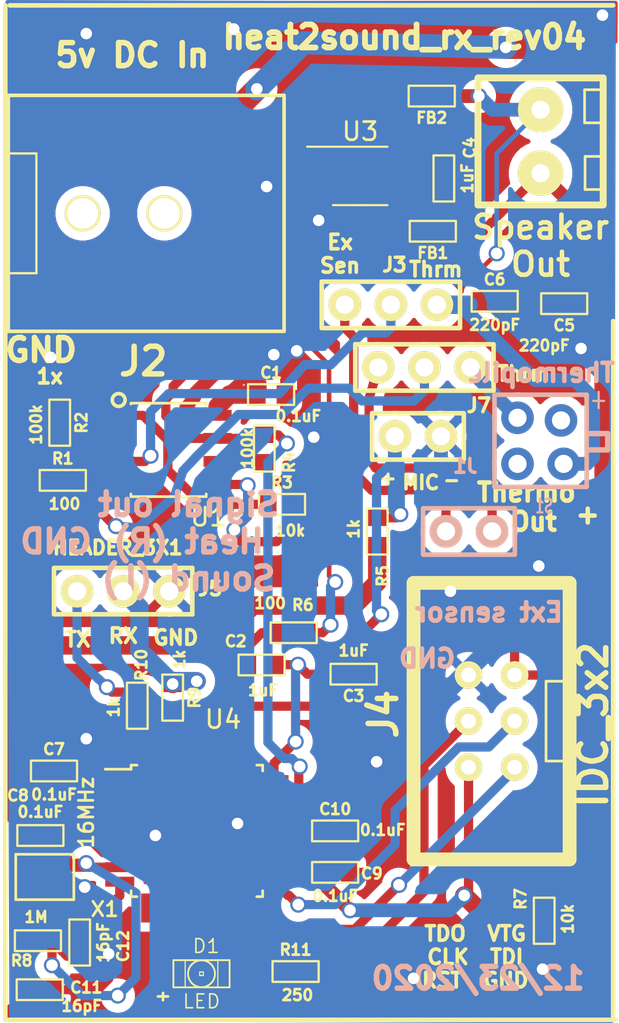
<source format=kicad_pcb>
(kicad_pcb (version 20171130) (host pcbnew 5.1.5-52549c5~86~ubuntu18.04.1)
  (title_block (date "12 jun 2010"))
  (layers (0 Component signal) (31 Copper signal) (34 B.Paste user) (35 F.Paste user) (36 B.SilkS user) (37 F.SilkS user) (38 B.Mask user) (39 F.Mask user) (44 Edge.Cuts user))
  (net 0 "")
  (net 1 "Net-(C2-Pad1)")
  (net 2 "Net-(C3-Pad1)")
  (net 3 "Net-(C5-Pad1)")
  (net 4 "Net-(C6-Pad1)")
  (net 5 "Net-(FB1-Pad2)")
  (net 6 "Net-(FB2-Pad2)")
  (net 7 "Net-(J1-Pad2)")
  (net 8 "Net-(J3-Pad3)")
  (net 9 "Net-(J3-Pad2)")
  (net 10 "Net-(R6-Pad1)")
  (net 11 +5v)
  (net 12 GND)
  (net 13 "Net-(J1-Pad1)")
  (net 14 "Net-(J7-Pad3)")
  (net 15 "Net-(J7-Pad2)")
  (net 16 "Net-(R1-Pad1)")
  (net 17 "Net-(R3-Pad2)")
  (net 18 "Net-(R4-Pad2)")
  (net 19 ADC1)
  (net 20 "Net-(C10-Pad1)")
  (net 21 "Net-(C11-Pad1)")
  (net 22 "Net-(C12-Pad1)")
  (net 23 "Net-(D1-Pad1)")
  (net 24 "Net-(D1-Pad2)")
  (net 25 MISO)
  (net 26 SCLK)
  (net 27 ~RESET)
  (net 28 MOSI)
  (net 29 "Net-(J5-Pad3)")
  (net 30 "Net-(J5-Pad2)")
  (net 31 ADC0)
  (net 32 RX)
  (net 33 TX)
  (net 34 "Net-(R2-Pad1)")
  (module ted_connectors:TED_HEADER_2x2_THERMO (layer Copper) (at 181.5 121.25)
    (fp_text reference S1 (at 0.2 3.597) (layer B.SilkS) (effects (font (size 0.762 0.5) (thickness 0.125)) (justify mirror)))
    (fp_text value THERMOPILE_MLX90247 hide)
    (pad 4 thru_hole circle (at 1.127 -1.127) (size 1.8 1.8) (drill 1) (layers *.Cu *.Mask))
    (pad 3 thru_hole circle (at -1.27 -1.27) (size 1.8 1.8) (drill 1) (layers *.Cu *.Mask) (net 14 "Net-(J7-Pad3)"))
    (pad 2 thru_hole circle (at -1.27 1.27) (size 1.8 1.8) (drill 1) (layers *.Cu *.Mask))
    (pad 1 thru_hole circle (at 1.27 1.27) (size 1.8 1.8) (drill 1) (layers *.Cu *.Mask) (net 8 "Net-(J3-Pad3)"))
  )
  (module Package_SO:MSOP-8_3x3mm_P0.65mm (layer Component) (at 171.56 106.65)
    (fp_text reference U3 (at 0 -2.45) (layer F.SilkS))
    (fp_text value PAM8302A)
    (pad 1 smd roundrect (at -2.1125 -0.975) (size 1.625 0.5) (layers Component F.Paste F.Mask) (net 11 +5v))
    (pad 2 smd roundrect (at -2.1125 -0.325) (size 1.625 0.5) (layers Component F.Paste F.Mask))
    (pad 3 smd roundrect (at -2.1125 0.325) (size 1.625 0.5) (layers Component F.Paste F.Mask) (net 10 "Net-(R6-Pad1)"))
    (pad 4 smd roundrect (at -2.1125 0.975) (size 1.625 0.5) (layers Component F.Paste F.Mask) (net 12 GND))
    (pad 5 smd roundrect (at 2.1125 0.975) (size 1.625 0.5) (layers Component F.Paste F.Mask) (net 5 "Net-(FB1-Pad2)"))
    (pad 6 smd roundrect (at 2.1125 0.325) (size 1.625 0.5) (layers Component F.Paste F.Mask) (net 11 +5v))
    (pad 7 smd roundrect (at 2.1125 -0.325) (size 1.625 0.5) (layers Component F.Paste F.Mask))
    (pad 8 smd roundrect (at 2.1125 -0.975) (size 1.625 0.5) (layers Component F.Paste F.Mask) (net 6 "Net-(FB2-Pad2)"))
  )
  (module ted_connectors:TED_HEADER_2x1 (layer Component) (at 174.75 121)
    (fp_text reference U2 (at 0.2 -3.597) (layer F.SilkS) (effects (font (size 0.762 0.762) (thickness 0.1905))))
    (fp_text value MIC (at 0.15 2.55) (layer F.SilkS) (effects (font (size 0.762 0.762) (thickness 0.1905))))
    (pad 2 thru_hole circle (at 1.25984 0) (size 1.8 1.8) (drill 1) (layers *.Cu *.Mask F.SilkS) (net 12 GND))
    (pad 1 thru_hole circle (at -1.28016 0) (size 1.8 1.8) (drill 1) (layers *.Cu *.Mask F.SilkS) (net 2 "Net-(C3-Pad1)"))
  )
  (module ted_connectors:TED_HEADER_2x1 (layer Copper) (at 177.546 126.238 180)
    (fp_text reference J1 (at 0.2 3.597) (layer B.SilkS) (effects (font (size 0.762 0.762) (thickness 0.1905)) (justify mirror)))
    (fp_text value TERMINAL_3.5MM_PCB_2PIN hide)
    (pad 2 thru_hole circle (at 1.25984 0 180) (size 1.8 1.8) (drill 1) (layers *.Cu *.Mask B.SilkS) (net 7 "Net-(J1-Pad2)"))
    (pad 1 thru_hole circle (at -1.28016 0 180) (size 1.8 1.8) (drill 1) (layers *.Cu *.Mask B.SilkS) (net 13 "Net-(J1-Pad1)"))
  )
  (module ted_capacitors:TED_SM0603_C (layer Component) (at 166.65 118.7)
    (fp_text reference C1 (at 0 -1.2) (layer F.SilkS) (effects (font (size 0.6 0.6))))
    (fp_text value 0.1uF (at 1.498 1.188) (layer F.SilkS) (effects (font (size 0.6 0.6))))
    (pad 1 smd rect (at -0.75184 0) (size 0.9 1) (layers Component F.Paste F.Mask) (net 11 +5v) (clearance 0.1))
    (pad 2 smd rect (at 0.75184 0) (size 0.89916 1.00076) (layers Component F.Paste F.Mask) (net 12 GND) (clearance 0.1))
  )
  (module ted_capacitors:TED_SM0603_C (layer Component) (at 166.12616 133.604)
    (fp_text reference C2 (at -1.42616 -1.304) (layer F.SilkS) (effects (font (size 0.6 0.6))))
    (fp_text value 1uF (at 0.07384 1.396) (layer F.SilkS) (effects (font (size 0.6 0.6))))
    (pad 2 smd rect (at 0.75184 0) (size 0.89916 1.00076) (layers Component F.Paste F.Mask) (net 19 ADC1) (clearance 0.1))
    (pad 1 smd rect (at -0.75184 0) (size 0.9 1) (layers Component F.Paste F.Mask) (net 1 "Net-(C2-Pad1)") (clearance 0.1))
  )
  (module ted_capacitors:TED_SM0603_C (layer Component) (at 176.17 106.79 90)
    (fp_text reference C4 (at 1.69 1.43 90) (layer F.SilkS) (effects (font (size 0.6 0.6))))
    (fp_text value 1uF (at 0 1.3 90) (layer F.SilkS) (effects (font (size 0.6 0.6))))
    (pad 1 smd rect (at -0.75184 0 90) (size 0.9 1) (layers Component F.Paste F.Mask) (net 11 +5v) (clearance 0.1))
    (pad 2 smd rect (at 0.75184 0 90) (size 0.89916 1.00076) (layers Component F.Paste F.Mask) (net 12 GND) (clearance 0.1))
  )
  (module ted_capacitors:TED_SM0603_C (layer Component) (at 182.80184 113.69 180)
    (fp_text reference C5 (at 0 -1.2) (layer F.SilkS) (effects (font (size 0.6 0.6))))
    (fp_text value 220pF (at 1.10184 -2.31) (layer F.SilkS) (effects (font (size 0.6 0.6))))
    (pad 2 smd rect (at 0.75184 0 180) (size 0.89916 1.00076) (layers Component F.Paste F.Mask) (net 12 GND) (clearance 0.1))
    (pad 1 smd rect (at -0.75184 0 180) (size 0.9 1) (layers Component F.Paste F.Mask) (net 3 "Net-(C5-Pad1)") (clearance 0.1))
  )
  (module ted_capacitors:TED_SM0603_C (layer Component) (at 178.97 113.56)
    (fp_text reference C6 (at 0 -1.2) (layer F.SilkS) (effects (font (size 0.6 0.6))))
    (fp_text value 220pF (at 0 1.3) (layer F.SilkS) (effects (font (size 0.6 0.6))))
    (pad 1 smd rect (at -0.75184 0) (size 0.9 1) (layers Component F.Paste F.Mask) (net 4 "Net-(C6-Pad1)") (clearance 0.1))
    (pad 2 smd rect (at 0.75184 0) (size 0.89916 1.00076) (layers Component F.Paste F.Mask) (net 12 GND) (clearance 0.1))
  )
  (module ted_resistors:TED_SM0603_R (layer Component) (at 175.56184 109.7 180)
    (fp_text reference FB1 (at 0 -1.2) (layer F.SilkS) (effects (font (size 0.6 0.6))))
    (fp_text value ferrite_bead hide)
    (pad 1 smd rect (at -0.75184 0 180) (size 0.89916 1.00076) (layers Component F.Paste F.Mask) (net 3 "Net-(C5-Pad1)") (clearance 0.1))
    (pad 2 smd rect (at 0.75184 0 180) (size 0.89916 1.00076) (layers Component F.Paste F.Mask) (net 5 "Net-(FB1-Pad2)") (clearance 0.1))
  )
  (module ted_resistors:TED_SM0603_R (layer Component) (at 175.50184 102.25 180)
    (fp_text reference FB2 (at 0 -1.2) (layer F.SilkS) (effects (font (size 0.6 0.6))))
    (fp_text value ferrite_bead hide)
    (pad 2 smd rect (at 0.75184 0 180) (size 0.89916 1.00076) (layers Component F.Paste F.Mask) (net 6 "Net-(FB2-Pad2)") (clearance 0.1))
    (pad 1 smd rect (at -0.75184 0 180) (size 0.89916 1.00076) (layers Component F.Paste F.Mask) (net 4 "Net-(C6-Pad1)") (clearance 0.1))
  )
  (module ted_connectors:TED_HEADER_3x1 (layer Component) (at 173.25 113.75)
    (fp_text reference J3 (at 0.2 -2.2) (layer F.SilkS) (effects (font (size 0.762 0.762) (thickness 0.1905))))
    (fp_text value JUMPER_3X1 hide)
    (pad 3 thru_hole circle (at 2.54 0) (size 1.8 1.8) (drill 1) (layers *.Cu *.Mask F.SilkS) (net 8 "Net-(J3-Pad3)"))
    (pad 2 thru_hole circle (at 0 0) (size 1.8 1.8) (drill 1) (layers *.Cu *.Mask F.SilkS) (net 9 "Net-(J3-Pad2)"))
    (pad 1 thru_hole circle (at -2.54 0) (size 1.8 1.8) (drill 1) (layers *.Cu *.Mask F.SilkS) (net 7 "Net-(J1-Pad2)"))
  )
  (module ted_connectors:TED_TERMINAL_3.5MM_2PIN (layer Component) (at 181.5 104.75 270)
    (fp_text reference J6 hide)
    (fp_text value TERMINAL_3.5MM_PCB_2PIN hide)
    (pad 1 thru_hole circle (at -1.75006 0 270) (size 2.5 2.5) (drill 1) (layers *.Cu *.Mask F.SilkS) (net 4 "Net-(C6-Pad1)") (clearance 0.5))
    (pad 2 thru_hole circle (at 1.75006 0 270) (size 2.5 2.5) (drill 1) (layers *.Cu *.Mask F.SilkS) (net 3 "Net-(C5-Pad1)") (clearance 0.5))
  )
  (module ted_resistors:TED_SM0603_R (layer Component) (at 155.17 123.43)
    (fp_text reference R1 (at 0 -1.2) (layer F.SilkS) (effects (font (size 0.6 0.6))))
    (fp_text value 100 (at 0.1 1.3) (layer F.SilkS) (effects (font (size 0.6 0.6))))
    (pad 2 smd rect (at 0.75184 0) (size 0.89916 1.00076) (layers Component F.Paste F.Mask) (net 15 "Net-(J7-Pad2)") (clearance 0.1))
    (pad 1 smd rect (at -0.75184 0) (size 0.89916 1.00076) (layers Component F.Paste F.Mask) (net 16 "Net-(R1-Pad1)") (clearance 0.1))
  )
  (module ted_resistors:TED_SM0603_R (layer Component) (at 155 120.25 270)
    (fp_text reference R2 (at 0 -1.2 90) (layer F.SilkS) (effects (font (size 0.6 0.6))))
    (fp_text value 100k (at 0.1 1.3 90) (layer F.SilkS) (effects (font (size 0.6 0.6))))
    (pad 2 smd rect (at 0.75184 0 270) (size 0.89916 1.00076) (layers Component F.Paste F.Mask) (net 16 "Net-(R1-Pad1)") (clearance 0.1))
    (pad 1 smd rect (at -0.75184 0 270) (size 0.89916 1.00076) (layers Component F.Paste F.Mask) (net 34 "Net-(R2-Pad1)") (clearance 0.1))
  )
  (module ted_resistors:TED_SM0603_R (layer Component) (at 167.25 124.75)
    (fp_text reference R3 (at 0 -1.2) (layer F.SilkS) (effects (font (size 0.6 0.6))))
    (fp_text value 10k (at 0.45 1.45) (layer F.SilkS) (effects (font (size 0.6 0.6))))
    (pad 2 smd rect (at 0.75184 0) (size 0.89916 1.00076) (layers Component F.Paste F.Mask) (net 17 "Net-(R3-Pad2)") (clearance 0.1))
    (pad 1 smd rect (at -0.75184 0) (size 0.89916 1.00076) (layers Component F.Paste F.Mask) (net 34 "Net-(R2-Pad1)") (clearance 0.1))
  )
  (module ted_resistors:TED_SM0603_R (layer Component) (at 166.275 121.675 270)
    (fp_text reference R4 (at 0.753 -1.365 90) (layer F.SilkS) (effects (font (size 0.6 0.6))))
    (fp_text value 100k (at -0.009 0.921 90) (layer F.SilkS) (effects (font (size 0.6 0.6))))
    (pad 1 smd rect (at -0.75184 0 270) (size 0.89916 1.00076) (layers Component F.Paste F.Mask) (net 31 ADC0) (clearance 0.1))
    (pad 2 smd rect (at 0.75184 0 270) (size 0.89916 1.00076) (layers Component F.Paste F.Mask) (net 18 "Net-(R4-Pad2)") (clearance 0.1))
  )
  (module ted_resistors:TED_SM0603_R (layer Component) (at 172.5 126.24816 90)
    (fp_text reference R5 (at -2.45184 0.3 90) (layer F.SilkS) (effects (font (size 0.6 0.6))))
    (fp_text value 1k (at 0.14816 -1.3 90) (layer F.SilkS) (effects (font (size 0.6 0.6))))
    (pad 1 smd rect (at -0.75184 0 90) (size 0.89916 1.00076) (layers Component F.Paste F.Mask) (net 11 +5v) (clearance 0.1))
    (pad 2 smd rect (at 0.75184 0 90) (size 0.89916 1.00076) (layers Component F.Paste F.Mask) (net 2 "Net-(C3-Pad1)") (clearance 0.1))
  )
  (module ted_resistors:TED_SM0603_R (layer Component) (at 167.894 131.826 180)
    (fp_text reference R6 (at -0.506 1.526) (layer F.SilkS) (effects (font (size 0.6 0.6))))
    (fp_text value 100 (at 1.294 1.626) (layer F.SilkS) (effects (font (size 0.6 0.6))))
    (pad 1 smd rect (at -0.75184 0 180) (size 0.89916 1.00076) (layers Component F.Paste F.Mask) (net 10 "Net-(R6-Pad1)") (clearance 0.1))
    (pad 2 smd rect (at 0.75184 0 180) (size 0.89916 1.00076) (layers Component F.Paste F.Mask) (net 1 "Net-(C2-Pad1)") (clearance 0.1))
  )
  (module ted_ICs:SOIC-8 (layer Component) (at 161 121.75)
    (fp_text reference U1 (at 2.2 3.7) (layer F.SilkS))
    (fp_text value MCP6V02)
    (pad 1 smd rect (at -2.7 -1.905) (size 1.55 0.6) (layers Component F.Paste F.Mask) (net 34 "Net-(R2-Pad1)"))
    (pad 2 smd rect (at -2.7 -0.635) (size 1.55 0.6) (layers Component F.Paste F.Mask) (net 16 "Net-(R1-Pad1)"))
    (pad 3 smd rect (at -2.7 0.635) (size 1.55 0.6) (layers Component F.Paste F.Mask) (net 9 "Net-(J3-Pad2)"))
    (pad 4 smd rect (at -2.7 1.905) (size 1.55 0.6) (layers Component F.Paste F.Mask) (net 12 GND))
    (pad 5 smd rect (at 2.7 1.905) (size 1.55 0.6) (layers Component F.Paste F.Mask) (net 17 "Net-(R3-Pad2)"))
    (pad 6 smd rect (at 2.7 0.635) (size 1.55 0.6) (layers Component F.Paste F.Mask) (net 18 "Net-(R4-Pad2)"))
    (pad 7 smd rect (at 2.7 -0.635) (size 1.55 0.6) (layers Component F.Paste F.Mask) (net 31 ADC0))
    (pad 8 smd rect (at 2.7 -1.905) (size 1.55 0.6) (layers Component F.Paste F.Mask) (net 11 +5v))
  )
  (module ted_connectors:TED_HEADER_3x1 (layer Component) (at 175.1 117.2)
    (fp_text reference J7 (at 3 2.1) (layer F.SilkS) (effects (font (size 0.762 0.762) (thickness 0.1905))))
    (fp_text value JUMPER_3X1 hide)
    (pad 3 thru_hole circle (at 2.54 0) (size 1.8 1.8) (drill 1) (layers *.Cu *.Mask F.SilkS) (net 14 "Net-(J7-Pad3)"))
    (pad 2 thru_hole circle (at 0 0) (size 1.8 1.8) (drill 1) (layers *.Cu *.Mask F.SilkS) (net 15 "Net-(J7-Pad2)"))
    (pad 1 thru_hole circle (at -2.54 0) (size 1.8 1.8) (drill 1) (layers *.Cu *.Mask F.SilkS) (net 13 "Net-(J1-Pad1)"))
  )
  (module ted_capacitors:TED_SM0603_C (layer Component) (at 154.686 139.446)
    (fp_text reference C7 (at 0 -1.2) (layer F.SilkS) (effects (font (size 0.6 0.6))))
    (fp_text value 0.1uF (at 0 1.3) (layer F.SilkS) (effects (font (size 0.6 0.6))))
    (pad 2 smd rect (at 0.75184 0) (size 0.89916 1.00076) (layers Component F.Paste F.Mask) (net 12 GND) (clearance 0.1))
    (pad 1 smd rect (at -0.75184 0) (size 0.9 1) (layers Component F.Paste F.Mask) (net 11 +5v) (clearance 0.1))
  )
  (module ted_capacitors:TED_SM0603_C (layer Component) (at 153.93416 143.002 180)
    (fp_text reference C8 (at 1.23416 2.202) (layer F.SilkS) (effects (font (size 0.6 0.6))))
    (fp_text value 0.1uF (at 0 1.3) (layer F.SilkS) (effects (font (size 0.6 0.6))))
    (pad 1 smd rect (at -0.75184 0 180) (size 0.9 1) (layers Component F.Paste F.Mask) (net 11 +5v) (clearance 0.1))
    (pad 2 smd rect (at 0.75184 0 180) (size 0.89916 1.00076) (layers Component F.Paste F.Mask) (net 12 GND) (clearance 0.1))
  )
  (module ted_capacitors:TED_SM0603_C (layer Component) (at 170.18 145.034)
    (fp_text reference C9 (at 2.02 0.066) (layer F.SilkS) (effects (font (size 0.6 0.6))))
    (fp_text value 0.1uF (at 0 1.3) (layer F.SilkS) (effects (font (size 0.6 0.6))))
    (pad 2 smd rect (at 0.75184 0) (size 0.89916 1.00076) (layers Component F.Paste F.Mask) (net 12 GND) (clearance 0.1))
    (pad 1 smd rect (at -0.75184 0) (size 0.9 1) (layers Component F.Paste F.Mask) (net 11 +5v) (clearance 0.1))
  )
  (module ted_capacitors:TED_SM0603_C (layer Component) (at 170.18 142.748)
    (fp_text reference C10 (at 0 -1.2) (layer F.SilkS) (effects (font (size 0.6 0.6))))
    (fp_text value 0.1uF (at 2.62 -0.048) (layer F.SilkS) (effects (font (size 0.6 0.6))))
    (pad 1 smd rect (at -0.75184 0) (size 0.9 1) (layers Component F.Paste F.Mask) (net 20 "Net-(C10-Pad1)") (clearance 0.1))
    (pad 2 smd rect (at 0.75184 0) (size 0.89916 1.00076) (layers Component F.Paste F.Mask) (net 12 GND) (clearance 0.1))
  )
  (module ted_capacitors:TED_SM0603_C (layer Component) (at 153.9 151.5)
    (fp_text reference C11 (at 2.564 -0.116) (layer F.SilkS) (effects (font (size 0.6 0.6))))
    (fp_text value 16pF (at 2.31 0.9) (layer F.SilkS) (effects (font (size 0.6 0.6))))
    (pad 1 smd rect (at -0.75184 0) (size 0.9 1) (layers Component F.Paste F.Mask) (net 21 "Net-(C11-Pad1)") (clearance 0.1))
    (pad 2 smd rect (at 0.75184 0) (size 0.89916 1.00076) (layers Component F.Paste F.Mask) (net 12 GND) (clearance 0.1))
  )
  (module ted_capacitors:TED_SM0603_C (layer Component) (at 156.1 148.9 90)
    (fp_text reference C12 (at -0.198 2.396 90) (layer F.SilkS) (effects (font (size 0.6 0.6))))
    (fp_text value 16pF (at 0 1.3 90) (layer F.SilkS) (effects (font (size 0.6 0.6))))
    (pad 2 smd rect (at 0.75184 0 90) (size 0.89916 1.00076) (layers Component F.Paste F.Mask) (net 12 GND) (clearance 0.1))
    (pad 1 smd rect (at -0.75184 0 90) (size 0.9 1) (layers Component F.Paste F.Mask) (net 22 "Net-(C12-Pad1)") (clearance 0.1))
  )
  (module ted_led:TED_LED-1206 (layer Component) (at 162.814 150.622)
    (fp_text reference D1 (at 0.254 -1.524) (layer F.SilkS) (effects (font (size 0.762 0.762) (thickness 0.0889))))
    (fp_text value LED (at 0 1.524) (layer F.SilkS) (effects (font (size 0.762 0.762) (thickness 0.0889))))
    (pad 1 smd rect (at -1.41986 0) (size 1.59766 1.80086) (layers Component F.Paste F.Mask) (net 23 "Net-(D1-Pad1)"))
    (pad 2 smd rect (at 1.41986 0) (size 1.59766 1.80086) (layers Component F.Paste F.Mask) (net 24 "Net-(D1-Pad2)"))
  )
  (module ted_connectors:TED_2.1mm_DC_SMD (layer Component) (at 159.766 108.712 180)
    (fp_text reference J2 (at 0.15748 -8.15848) (layer F.SilkS) (effects (font (size 1.524 1.524) (thickness 0.3048))))
    (fp_text value DC_2.1mm hide)
    (pad "" np_thru_hole circle (at -1.00076 0 180) (size 1.99898 1.99898) (drill 1.69926) (layers *.Cu *.Mask F.SilkS))
    (pad 1 smd rect (at 3.50012 5.4102 180) (size 1.99898 1.99898) (layers Component F.Paste F.Mask) (net 11 +5v))
    (pad 1 smd rect (at -2.60096 5.4102 180) (size 1.99898 1.99898) (layers Component F.Paste F.Mask) (net 11 +5v))
    (pad 2 smd rect (at 3.50012 -5.41528 180) (size 1.99898 1.99898) (layers Component F.Paste F.Mask) (net 12 GND))
    (pad 3 smd rect (at -2.60096 -5.41528 180) (size 1.99898 1.99898) (layers Component F.Paste F.Mask))
    (pad "" np_thru_hole circle (at 3.50012 0 180) (size 1.99898 1.99898) (drill 1.69926) (layers *.Cu *.Mask F.SilkS))
  )
  (module ted_connectors:TED_IDC_3x2 (layer Component) (at 178.8 136.7 90)
    (fp_text reference J4 (at 0.381 -5.969 90) (layer F.SilkS) (effects (font (size 1.524 1.524) (thickness 0.3048))))
    (fp_text value IDC_3x2 (at -0.2 5.6 90) (layer F.SilkS) (effects (font (size 1.524 1.524) (thickness 0.3048))))
    (pad 1 thru_hole circle (at -2.54 1.27 90) (size 1.524 1.524) (drill 0.8128) (layers *.Cu *.Mask F.SilkS) (net 25 MISO))
    (pad 3 thru_hole circle (at 0 1.27 90) (size 1.524 1.524) (drill 0.8128) (layers *.Cu *.Mask F.SilkS) (net 26 SCLK))
    (pad 5 thru_hole circle (at 2.54 1.27 90) (size 1.524 1.524) (drill 0.8128) (layers *.Cu *.Mask F.SilkS) (net 27 ~RESET))
    (pad 6 thru_hole circle (at 2.54 -1.27 90) (size 1.524 1.524) (drill 0.8128) (layers *.Cu *.Mask F.SilkS) (net 12 GND))
    (pad 4 thru_hole circle (at 0 -1.27 90) (size 1.524 1.524) (drill 0.8128) (layers *.Cu *.Mask F.SilkS) (net 28 MOSI))
    (pad 2 thru_hole circle (at -2.54 -1.27 90) (size 1.524 1.524) (drill 0.8128) (layers *.Cu *.Mask F.SilkS) (net 11 +5v))
  )
  (module ted_connectors:TED_HEADER_3x1 (layer Component) (at 158.496 129.54 180)
    (fp_text reference J5 (at -4.804 0.14) (layer F.SilkS) (effects (font (size 0.762 0.762) (thickness 0.1905))))
    (fp_text value HEADER_3X1 (at 0.3 2.4) (layer F.SilkS) (effects (font (size 0.762 0.762) (thickness 0.1905))))
    (pad 3 thru_hole circle (at 2.54 0 180) (size 1.8 1.8) (drill 1) (layers *.Cu *.Mask F.SilkS) (net 29 "Net-(J5-Pad3)"))
    (pad 2 thru_hole circle (at 0 0 180) (size 1.8 1.8) (drill 1) (layers *.Cu *.Mask F.SilkS) (net 30 "Net-(J5-Pad2)"))
    (pad 1 thru_hole circle (at -2.54 0 180) (size 1.8 1.8) (drill 1) (layers *.Cu *.Mask F.SilkS) (net 12 GND))
  )
  (module ted_resistors:TED_SM0603_R (layer Component) (at 181.7 147.7 90)
    (fp_text reference R7 (at 1.2 -1.3 90) (layer F.SilkS) (effects (font (size 0.6 0.6))))
    (fp_text value 10k (at 0.1 1.3 90) (layer F.SilkS) (effects (font (size 0.6 0.6))))
    (pad 2 smd rect (at 0.75184 0 90) (size 0.89916 1.00076) (layers Component F.Paste F.Mask) (net 27 ~RESET) (clearance 0.1))
    (pad 1 smd rect (at -0.75184 0 90) (size 0.89916 1.00076) (layers Component F.Paste F.Mask) (net 11 +5v) (clearance 0.1))
  )
  (module ted_resistors:TED_SM0603_R (layer Component) (at 153.8 148.8 180)
    (fp_text reference R8 (at 0.9 -1.1) (layer F.SilkS) (effects (font (size 0.6 0.6))))
    (fp_text value 1M (at 0.1 1.3) (layer F.SilkS) (effects (font (size 0.6 0.6))))
    (pad 2 smd rect (at 0.75184 0 180) (size 0.89916 1.00076) (layers Component F.Paste F.Mask) (net 21 "Net-(C11-Pad1)") (clearance 0.1))
    (pad 1 smd rect (at -0.75184 0 180) (size 0.89916 1.00076) (layers Component F.Paste F.Mask) (net 22 "Net-(C12-Pad1)") (clearance 0.1))
  )
  (module ted_resistors:TED_SM0603_R (layer Component) (at 161.225 135.40184 270)
    (fp_text reference R9 (at 0 -1.2 90) (layer F.SilkS) (effects (font (size 0.6 0.6))))
    (fp_text value 1k (at -2.10184 -0.375 90) (layer F.SilkS) (effects (font (size 0.6 0.6))))
    (pad 2 smd rect (at 0.75184 0 270) (size 0.89916 1.00076) (layers Component F.Paste F.Mask) (net 32 RX) (clearance 0.1))
    (pad 1 smd rect (at -0.75184 0 270) (size 0.89916 1.00076) (layers Component F.Paste F.Mask) (net 30 "Net-(J5-Pad2)") (clearance 0.1))
  )
  (module ted_resistors:TED_SM0603_R (layer Component) (at 159.275 135.85 270)
    (fp_text reference R10 (at -2.25 -0.225 90) (layer F.SilkS) (effects (font (size 0.6 0.6))))
    (fp_text value 1k (at 0.1 1.3 90) (layer F.SilkS) (effects (font (size 0.6 0.6))))
    (pad 1 smd rect (at -0.75184 0 270) (size 0.89916 1.00076) (layers Component F.Paste F.Mask) (net 29 "Net-(J5-Pad3)") (clearance 0.1))
    (pad 2 smd rect (at 0.75184 0 270) (size 0.89916 1.00076) (layers Component F.Paste F.Mask) (net 33 TX) (clearance 0.1))
  )
  (module ted_resistors:TED_SM0603_R (layer Component) (at 168 150.5)
    (fp_text reference R11 (at 0 -1.2) (layer F.SilkS) (effects (font (size 0.6 0.6))))
    (fp_text value 250 (at 0.1 1.3) (layer F.SilkS) (effects (font (size 0.6 0.6))))
    (pad 1 smd rect (at -0.75184 0) (size 0.89916 1.00076) (layers Component F.Paste F.Mask) (net 24 "Net-(D1-Pad2)") (clearance 0.1))
    (pad 2 smd rect (at 0.75184 0) (size 0.89916 1.00076) (layers Component F.Paste F.Mask) (net 12 GND) (clearance 0.1))
  )
  (module ted_ICs:TQFP-32_7x7mm_Pitch0.8mm (layer Component) (at 162.56 142.748)
    (fp_text reference U4 (at 1.44 -6.148) (layer F.SilkS))
    (fp_text value ATMEGA328P-AU)
    (pad 1 smd rect (at -4.25 -2.8) (size 1.6 0.55) (layers Component F.Paste F.Mask))
    (pad 2 smd rect (at -4.25 -2) (size 1.6 0.55) (layers Component F.Paste F.Mask))
    (pad 3 smd rect (at -4.25 -1.2) (size 1.6 0.55) (layers Component F.Paste F.Mask) (net 12 GND))
    (pad 4 smd rect (at -4.25 -0.4) (size 1.6 0.55) (layers Component F.Paste F.Mask) (net 11 +5v))
    (pad 5 smd rect (at -4.25 0.4) (size 1.6 0.55) (layers Component F.Paste F.Mask) (net 12 GND))
    (pad 6 smd rect (at -4.25 1.2) (size 1.6 0.55) (layers Component F.Paste F.Mask) (net 11 +5v))
    (pad 7 smd rect (at -4.25 2) (size 1.6 0.55) (layers Component F.Paste F.Mask) (net 22 "Net-(C12-Pad1)"))
    (pad 8 smd rect (at -4.25 2.8) (size 1.6 0.55) (layers Component F.Paste F.Mask) (net 21 "Net-(C11-Pad1)"))
    (pad 9 smd rect (at -2.8 4.25 90) (size 1.6 0.55) (layers Component F.Paste F.Mask))
    (pad 10 smd rect (at -2 4.25 90) (size 1.6 0.55) (layers Component F.Paste F.Mask))
    (pad 11 smd rect (at -1.2 4.25 90) (size 1.6 0.55) (layers Component F.Paste F.Mask))
    (pad 12 smd rect (at -0.4 4.25 90) (size 1.6 0.55) (layers Component F.Paste F.Mask) (net 23 "Net-(D1-Pad1)"))
    (pad 13 smd rect (at 0.4 4.25 90) (size 1.6 0.55) (layers Component F.Paste F.Mask))
    (pad 14 smd rect (at 1.2 4.25 90) (size 1.6 0.55) (layers Component F.Paste F.Mask))
    (pad 15 smd rect (at 2 4.25 90) (size 1.6 0.55) (layers Component F.Paste F.Mask) (net 28 MOSI))
    (pad 16 smd rect (at 2.8 4.25 90) (size 1.6 0.55) (layers Component F.Paste F.Mask) (net 25 MISO))
    (pad 17 smd rect (at 4.25 2.8) (size 1.6 0.55) (layers Component F.Paste F.Mask) (net 26 SCLK))
    (pad 18 smd rect (at 4.25 2) (size 1.6 0.55) (layers Component F.Paste F.Mask) (net 11 +5v))
    (pad 19 smd rect (at 4.25 1.2) (size 1.6 0.55) (layers Component F.Paste F.Mask))
    (pad 20 smd rect (at 4.25 0.4) (size 1.6 0.55) (layers Component F.Paste F.Mask) (net 20 "Net-(C10-Pad1)"))
    (pad 21 smd rect (at 4.25 -0.4) (size 1.6 0.55) (layers Component F.Paste F.Mask) (net 12 GND))
    (pad 22 smd rect (at 4.25 -1.2) (size 1.6 0.55) (layers Component F.Paste F.Mask))
    (pad 23 smd rect (at 4.25 -2) (size 1.6 0.55) (layers Component F.Paste F.Mask) (net 31 ADC0))
    (pad 24 smd rect (at 4.25 -2.8) (size 1.6 0.55) (layers Component F.Paste F.Mask) (net 19 ADC1))
    (pad 25 smd rect (at 2.8 -4.25 90) (size 1.6 0.55) (layers Component F.Paste F.Mask))
    (pad 26 smd rect (at 2 -4.25 90) (size 1.6 0.55) (layers Component F.Paste F.Mask))
    (pad 27 smd rect (at 1.2 -4.25 90) (size 1.6 0.55) (layers Component F.Paste F.Mask))
    (pad 28 smd rect (at 0.4 -4.25 90) (size 1.6 0.55) (layers Component F.Paste F.Mask))
    (pad 29 smd rect (at -0.4 -4.25 90) (size 1.6 0.55) (layers Component F.Paste F.Mask) (net 27 ~RESET))
    (pad 30 smd rect (at -1.2 -4.25 90) (size 1.6 0.55) (layers Component F.Paste F.Mask) (net 32 RX))
    (pad 31 smd rect (at -2 -4.25 90) (size 1.6 0.55) (layers Component F.Paste F.Mask) (net 33 TX))
    (pad 32 smd rect (at -2.8 -4.25 90) (size 1.6 0.55) (layers Component F.Paste F.Mask))
  )
  (module ted_crystals:crystal_TSX3225 (layer Component) (at 154.178 145.288 180)
    (fp_text reference X1 (at -3.302 -1.778) (layer F.SilkS) (effects (font (size 0.8 0.8))))
    (fp_text value 16MHz (at -2.286 3.556 90) (layer F.SilkS) (effects (font (size 0.8 0.8))))
    (pad 1 smd rect (at -1 0.75 180) (size 1 0.8) (layers Component F.Paste F.Mask) (net 22 "Net-(C12-Pad1)"))
    (pad 2 smd rect (at 1 0.75 180) (size 1 0.8) (layers Component F.Paste F.Mask) (net 12 GND))
    (pad 4 smd rect (at -1 -0.75 180) (size 1 0.8) (layers Component F.Paste F.Mask) (net 12 GND))
    (pad 3 smd rect (at 1 -0.75 180) (size 1 0.8) (layers Component F.Paste F.Mask) (net 21 "Net-(C11-Pad1)"))
  )
  (module ted_capacitors:TED_SM0603_C (layer Component) (at 171.196 134.112 180)
    (fp_text reference C3 (at 0 -1.2) (layer F.SilkS) (effects (font (size 0.6 0.6))))
    (fp_text value 1uF (at 0 1.3) (layer F.SilkS) (effects (font (size 0.6 0.6))))
    (pad 2 smd rect (at 0.75184 0 180) (size 0.89916 1.00076) (layers Component F.Paste F.Mask) (net 19 ADC1) (clearance 0.1))
    (pad 1 smd rect (at -0.75184 0 180) (size 0.9 1) (layers Component F.Paste F.Mask) (net 2 "Net-(C3-Pad1)") (clearance 0.1))
  )
  (gr_text "TDO  VTG\nCLK  TDI\nRST  GND" (at 177.9 149.7) (layer F.SilkS) (effects (font (size 0.8 0.8) (thickness 0.2))))
  (gr_text TX (at 156 132.2) (layer F.SilkS) (effects (font (size 0.8 0.8) (thickness 0.2))))
  (gr_text RX (at 158.5 132) (layer F.SilkS) (effects (font (size 0.8 0.8) (thickness 0.2))))
  (gr_text GND (at 161.4 132.1) (layer F.SilkS) (effects (font (size 0.8 0.8) (thickness 0.2))))
  (gr_text Thrm (at 175.725 111.8) (layer F.SilkS) (effects (font (size 0.8 0.8) (thickness 0.2))))
  (gr_text Thrm (at 180.55 117.55) (layer F.SilkS) (effects (font (size 0.8 0.8) (thickness 0.2))))
  (gr_text "Ex\nSen" (at 170.45 110.95) (layer F.SilkS) (effects (font (size 0.8 0.8) (thickness 0.2))))
  (gr_text 1x (at 154.45 117.7) (layer F.SilkS) (effects (font (size 0.8 0.8) (thickness 0.2))))
  (gr_text + (at 184.1 125.3) (layer F.SilkS) (effects (font (size 1 1) (thickness 0.25))))
  (gr_text - (at 176.6 123.4) (layer F.SilkS) (effects (font (size 0.7 0.7) (thickness 0.175))))
  (gr_text + (at 173.1 123.3) (layer F.SilkS) (effects (font (size 0.7 0.7) (thickness 0.175))))
  (gr_text GND (at 175.25 133.25) (layer B.SilkS) (effects (font (size 1 1) (thickness 0.25)) (justify mirror)))
  (gr_line (start 152 153.162) (end 152 97.25) (layer F.SilkS) (width 0.254))
  (gr_line (start 185.646 153.162) (end 152.146 153.162) (layer F.SilkS) (width 0.254))
  (gr_line (start 185.5 114.65) (end 185.5 153.15) (layer F.SilkS) (width 0.254))
  (gr_line (start 152.25 97.25) (end 185.5 97.25) (layer F.SilkS) (width 0.254))
  (gr_text 12/23/2020 (at 178.054 150.876) (layer B.SilkS) (effects (font (size 1.2 1.2) (thickness 0.3)) (justify mirror)))
  (gr_text "Thermo \nOut" (at 181.1 124.9) (layer F.SilkS) (effects (font (size 1 1) (thickness 0.25))))
  (gr_text "Speaker\nOut" (at 181.5 110.5) (layer F.SilkS) (effects (font (size 1.27 1.27) (thickness 0.25))))
  (gr_text "Ext sensor" (at 178.65 130.7) (layer B.SilkS) (effects (font (size 1.016 1.016) (thickness 0.254)) (justify mirror)))
  (gr_text heat2sound_rx_rev04 (at 174 99) (layer F.SilkS) (effects (font (size 1.27 1.27) (thickness 0.3175))))
  (gr_text "Signal out\nHeat (R)\nSound (L)" (at 162.1 126.8) (layer B.SilkS) (effects (font (size 1.27 1.27) (thickness 0.3048)) (justify mirror)))
  (gr_text GND (at 154.8 126.8) (layer B.SilkS) (effects (font (size 1.27 1.27) (thickness 0.3048)) (justify mirror)))
  (gr_text GND (at 153.975 116.25) (layer F.SilkS) (effects (font (size 1.27 1.27) (thickness 0.3048))))
  (gr_text "5v DC In" (at 159 100) (layer F.SilkS) (effects (font (size 1.27 1.27) (thickness 0.3048))))
  (gr_text Thermopile (at 181.5 117.5) (layer B.SilkS) (effects (font (size 1 1) (thickness 0.25)) (justify mirror)))
  (segment (start 166.14432 131.826) (end 167.14216 131.826) (width 0.508) (layer Component) (net 1))
  (segment (start 165.37432 133.604) (end 165.37432 132.596) (width 0.508) (layer Component) (net 1))
  (segment (start 165.37432 132.596) (end 166.14432 131.826) (width 0.508) (layer Component) (net 1))
  (via (at 173.77 125.29) (size 0.889) (drill 0.635) (layers Component Copper) (net 2))
  (segment (start 172.5 125.49632) (end 173.56368 125.49632) (width 0.508) (layer Component) (net 2))
  (segment (start 173.56368 125.49632) (end 173.77 125.29) (width 0.508) (layer Component) (net 2))
  (segment (start 173.46984 124.98984) (end 173.77 125.29) (width 0.762) (layer Copper) (net 2))
  (segment (start 173.46984 121) (end 173.46984 124.98984) (width 0.762) (layer Copper) (net 2))
  (via (at 172.72 130.81) (size 0.889) (drill 0.635) (layers Component Copper) (net 2))
  (segment (start 173.77 122.56) (end 173.77 125.29) (width 0.508) (layer Copper) (net 2))
  (segment (start 173.48 122.27) (end 173.77 122.56) (width 0.508) (layer Copper) (net 2))
  (segment (start 172.46 123.29) (end 173.48 122.27) (width 0.508) (layer Copper) (net 2))
  (segment (start 172.72 130.81) (end 172.46 130.611383) (width 0.508) (layer Copper) (net 2))
  (segment (start 172.46 130.611383) (end 172.46 123.29) (width 0.508) (layer Copper) (net 2))
  (segment (start 171.94784 131.58216) (end 172.72 130.81) (width 0.508) (layer Component) (net 2))
  (segment (start 171.94784 134.112) (end 171.94784 131.58216) (width 0.508) (layer Component) (net 2))
  (segment (start 176.31368 109.7) (end 178.30006 109.7) (width 0.762) (layer Component) (net 3))
  (segment (start 183.55368 108.55374) (end 181.5 106.50006) (width 0.762) (layer Component) (net 3))
  (segment (start 183.55368 113.69) (end 183.55368 108.55374) (width 0.508) (layer Component) (net 3))
  (segment (start 178.30006 109.7) (end 181.5 106.50006) (width 0.508) (layer Component) (net 3))
  (via (at 179.08 110.92) (size 0.889) (drill 0.635) (layers Component Copper) (net 4))
  (segment (start 178.21816 113.56) (end 178.21816 111.78184) (width 0.254) (layer Component) (net 4))
  (segment (start 178.21816 111.78184) (end 179.08 110.92) (width 0.254) (layer Component) (net 4))
  (segment (start 179.08 105.41994) (end 179.99994 104.5) (width 0.254) (layer Copper) (net 4))
  (segment (start 179.08 110.92) (end 179.08 105.41994) (width 0.254) (layer Copper) (net 4))
  (segment (start 179.99994 104.5) (end 181.5 102.99994) (width 0.254) (layer Copper) (net 4))
  (via (at 178.1 102.25) (size 0.889) (drill 0.635) (layers Component Copper) (net 4))
  (segment (start 181.5 102.99994) (end 178.84994 102.99994) (width 0.762) (layer Copper) (net 4))
  (segment (start 178.84994 102.99994) (end 178.1 102.25) (width 0.762) (layer Copper) (net 4))
  (segment (start 178.1 102.25) (end 176.25368 102.25) (width 0.762) (layer Component) (net 4))
  (segment (start 174.10642 109.7) (end 174.81 109.7) (width 0.254) (layer Component) (net 5))
  (segment (start 173.6725 109.26608) (end 174.10642 109.7) (width 0.254) (layer Component) (net 5))
  (segment (start 173.6725 107.625) (end 173.6725 109.26608) (width 0.254) (layer Component) (net 5))
  (segment (start 174.04642 102.25) (end 174.75 102.25) (width 0.254) (layer Component) (net 6))
  (segment (start 173.6725 102.62392) (end 174.04642 102.25) (width 0.254) (layer Component) (net 6))
  (segment (start 173.6725 105.675) (end 173.6725 102.62392) (width 0.254) (layer Component) (net 6))
  (segment (start 170.71 115.022792) (end 171.2 115.512792) (width 0.508) (layer Component) (net 7))
  (segment (start 170.71 113.75) (end 170.71 115.022792) (width 0.508) (layer Component) (net 7))
  (segment (start 171.2 115.512792) (end 171.2 122.98) (width 0.508) (layer Component) (net 7))
  (segment (start 171.2 122.98) (end 172.2 123.98) (width 0.508) (layer Component) (net 7))
  (segment (start 172.2 123.98) (end 173.81 123.98) (width 0.508) (layer Component) (net 7))
  (segment (start 174.02816 123.98) (end 174.05616 123.952) (width 0.508) (layer Component) (net 7))
  (segment (start 173.81 123.98) (end 174.02816 123.98) (width 0.508) (layer Component) (net 7))
  (segment (start 174.05616 123.952) (end 176.022 123.952) (width 0.508) (layer Component) (net 7))
  (segment (start 176.28616 124.21616) (end 176.28616 126.238) (width 0.508) (layer Component) (net 7))
  (segment (start 176.022 123.952) (end 176.28616 124.21616) (width 0.508) (layer Component) (net 7))
  (segment (start 177.062792 113.75) (end 175.79 113.75) (width 1.016) (layer Copper) (net 8))
  (segment (start 177.526792 113.75) (end 177.062792 113.75) (width 1.016) (layer Copper) (net 8))
  (segment (start 184.4 122.162792) (end 184.042792 122.52) (width 0.762) (layer Copper) (net 8))
  (segment (start 184.4 118.9) (end 184.4 122.162792) (width 0.762) (layer Copper) (net 8))
  (segment (start 183.4 117.9) (end 184.4 118.9) (width 0.762) (layer Copper) (net 8))
  (segment (start 184.042792 122.52) (end 182.77 122.52) (width 0.762) (layer Copper) (net 8))
  (segment (start 181.212792 117.9) (end 183.4 117.9) (width 0.762) (layer Copper) (net 8))
  (segment (start 177.062792 113.75) (end 181.212792 117.9) (width 0.762) (layer Copper) (net 8))
  (via (at 160.0075 122.07) (size 0.889) (drill 0.635) (layers Component Copper) (net 9))
  (segment (start 158.3 122.385) (end 159.6925 122.385) (width 0.508) (layer Component) (net 9))
  (segment (start 159.6925 122.385) (end 160.0075 122.07) (width 0.508) (layer Component) (net 9))
  (segment (start 160.0075 122.07) (end 160.0075 119.6425) (width 0.508) (layer Copper) (net 9))
  (segment (start 161 118.65) (end 167.1 118.65) (width 0.508) (layer Copper) (net 9))
  (segment (start 160.0075 119.6425) (end 161 118.65) (width 0.508) (layer Copper) (net 9))
  (segment (start 173.25 115.022792) (end 172.972792 115.3) (width 0.508) (layer Copper) (net 9))
  (segment (start 173.25 113.75) (end 173.25 115.022792) (width 0.508) (layer Copper) (net 9))
  (segment (start 172.972792 115.3) (end 171.7 115.3) (width 0.508) (layer Copper) (net 9))
  (segment (start 171.7 115.3) (end 169.95 117.05) (width 0.508) (layer Copper) (net 9))
  (segment (start 169.95 117.05) (end 168.5 117.05) (width 0.508) (layer Copper) (net 9))
  (segment (start 167.1 118.65) (end 168.5 117.05) (width 0.508) (layer Copper) (net 9))
  (segment (start 168.005 106.975) (end 169.4475 106.975) (width 0.254) (layer Component) (net 10))
  (segment (start 166.95 108.03) (end 168.005 106.975) (width 0.254) (layer Component) (net 10))
  (segment (start 166.95 114.18) (end 166.95 108.03) (width 0.254) (layer Component) (net 10))
  (segment (start 169.84 117.07) (end 166.95 114.18) (width 0.254) (layer Component) (net 10))
  (segment (start 169.847112 119.047112) (end 169.84 117.07) (width 0.254) (layer Component) (net 10))
  (segment (start 169.847112 119.047112) (end 169.85 119.05) (width 0.254) (layer Component) (net 10))
  (segment (start 169.85 119.05) (end 169.85 125.55) (width 0.254) (layer Component) (net 10))
  (via (at 170.18 129.032) (size 0.889) (drill 0.635) (layers Component Copper) (net 10))
  (segment (start 169.85 125.55) (end 169.85 128.702) (width 0.254) (layer Component) (net 10))
  (segment (start 169.85 128.702) (end 170.18 129.032) (width 0.254) (layer Component) (net 10))
  (segment (start 168.64584 131.826) (end 169.4825 131.826) (width 0.508) (layer Component) (net 10))
  (segment (start 169.926 129.286) (end 170.18 129.032) (width 0.508) (layer Copper) (net 10))
  (segment (start 169.926 131.3825) (end 169.926 129.286) (width 0.508) (layer Copper) (net 10))
  (via (at 169.926 131.3825) (size 0.889) (drill 0.635) (layers Component Copper) (net 10))
  (segment (start 169.4825 131.826) (end 169.926 131.3825) (width 0.508) (layer Component) (net 10))
  (segment (start 175.60316 106.975) (end 176.17 107.54184) (width 0.254) (layer Component) (net 11))
  (segment (start 173.6725 106.975) (end 175.60316 106.975) (width 0.254) (layer Component) (net 11))
  (segment (start 169.4475 105.675) (end 166.525 105.675) (width 0.508) (layer Component) (net 11))
  (segment (start 164.1898 103.3398) (end 162.60096 103.3398) (width 0.508) (layer Component) (net 11))
  (segment (start 170.26 105.675) (end 169.4475 105.675) (width 0.508) (layer Component) (net 11))
  (segment (start 170.64475 105.675) (end 170.26 105.675) (width 0.508) (layer Component) (net 11))
  (segment (start 171.94475 106.975) (end 170.64475 105.675) (width 0.508) (layer Component) (net 11))
  (segment (start 173.6725 106.975) (end 171.94475 106.975) (width 0.508) (layer Component) (net 11))
  (segment (start 166.525 105.675) (end 165.4 104.65) (width 0.508) (layer Component) (net 11))
  (segment (start 165.4 104.65) (end 164.1898 103.3398) (width 0.508) (layer Component) (net 11))
  (segment (start 163.7 119.037) (end 165.35 117.6) (width 0.508) (layer Component) (net 11))
  (segment (start 165.38 105.17) (end 165.4 104.65) (width 0.508) (layer Component) (net 11))
  (segment (start 165.38 104.10335) (end 165.38 105.17) (width 1.016) (layer Component) (net 11))
  (segment (start 164.61645 103.3398) (end 165.38 104.10335) (width 1.016) (layer Component) (net 11))
  (segment (start 162.60096 103.3398) (end 164.61645 103.3398) (width 1.016) (layer Component) (net 11))
  (segment (start 164.36 118.7) (end 165.89816 118.7) (width 1.016) (layer Component) (net 11))
  (segment (start 163.7 119.36) (end 164.36 118.7) (width 1.016) (layer Component) (net 11))
  (segment (start 163.7 119.36) (end 163.7 119.037) (width 0.508) (layer Component) (net 11))
  (segment (start 163.7 119.845) (end 163.7 119.36) (width 0.508) (layer Component) (net 11))
  (segment (start 165.89816 118.14816) (end 165.35 117.6) (width 1.016) (layer Component) (net 11))
  (segment (start 165.89816 118.7) (end 165.89816 118.14816) (width 1.016) (layer Component) (net 11))
  (segment (start 165.35 105.2) (end 165.38 105.17) (width 1.016) (layer Component) (net 11))
  (segment (start 165.35 117.6) (end 165.35 105.2) (width 1.016) (layer Component) (net 11))
  (segment (start 156.49988 103.3398) (end 157.65 103.3) (width 1.27) (layer Component) (net 11))
  (segment (start 157.65 103.3) (end 162.60096 103.3398) (width 1.27) (layer Component) (net 11))
  (segment (start 157.6102 103.3398) (end 154.3602 103.3398) (width 1.016) (layer Component) (net 11))
  (segment (start 157.65 103.3) (end 157.6102 103.3398) (width 1.016) (layer Component) (net 11))
  (segment (start 154.3602 103.3398) (end 153.13 105.26) (width 1.016) (layer Component) (net 11))
  (segment (start 154.2 132.15) (end 153.375 131.325) (width 1.016) (layer Component) (net 11))
  (segment (start 154.2 132.525) (end 154.2 132.15) (width 1.016) (layer Component) (net 11))
  (segment (start 163.455 132.525) (end 154.2 132.525) (width 1.016) (layer Component) (net 11))
  (segment (start 153.13 105.26) (end 153.375 131.325) (width 1.016) (layer Component) (net 11))
  (segment (start 172.5 127) (end 172.5 129.05) (width 1.016) (layer Component) (net 11))
  (segment (start 172.5 129.05) (end 171.22 130.33) (width 1.016) (layer Component) (net 11))
  (segment (start 165.65 130.33) (end 163.455 132.525) (width 1.016) (layer Component) (net 11))
  (segment (start 171.22 130.33) (end 165.65 130.33) (width 1.016) (layer Component) (net 11))
  (segment (start 153.375 136.10084) (end 153.375 131.325) (width 1.016) (layer Component) (net 11))
  (segment (start 153.68016 136.406) (end 153.375 136.10084) (width 1.016) (layer Component) (net 11))
  (segment (start 153.68016 137.922) (end 153.68016 136.406) (width 1.016) (layer Component) (net 11))
  (segment (start 153.68016 140.074) (end 153.68016 137.922) (width 0.508) (layer Component) (net 11))
  (segment (start 153.89816 140.292) (end 153.68016 140.074) (width 0.508) (layer Component) (net 11))
  (segment (start 169.14216 144.748) (end 169.42816 145.034) (width 0.508) (layer Component) (net 11))
  (segment (start 166.81 144.748) (end 169.14216 144.748) (width 0.508) (layer Component) (net 11))
  (segment (start 153.93416 140.454) (end 153.93416 139.446) (width 0.508) (layer Component) (net 11))
  (segment (start 155.019024 141.538864) (end 153.93416 140.454) (width 0.508) (layer Component) (net 11))
  (segment (start 156.942146 142.348) (end 156.13301 141.538864) (width 0.508) (layer Component) (net 11))
  (segment (start 156.13301 141.538864) (end 155.019024 141.538864) (width 0.508) (layer Component) (net 11))
  (segment (start 158.31 142.348) (end 156.942146 142.348) (width 0.508) (layer Component) (net 11))
  (segment (start 155.644 143.002) (end 154.686 143.002) (width 0.508) (layer Component) (net 11))
  (segment (start 156.451798 143.002) (end 155.644 143.002) (width 0.508) (layer Component) (net 11))
  (segment (start 157.397798 143.948) (end 156.451798 143.002) (width 0.508) (layer Component) (net 11))
  (segment (start 158.31 143.948) (end 157.397798 143.948) (width 0.508) (layer Component) (net 11))
  (segment (start 154.686 141.20584) (end 153.93416 140.454) (width 0.508) (layer Component) (net 11))
  (segment (start 154.686 143.002) (end 154.686 141.20584) (width 0.508) (layer Component) (net 11))
  (segment (start 162.36696 103.3018) (end 164.38245 103.3018) (width 1.016) (layer Component) (net 11))
  (via (at 170.998625 147.122625) (size 0.889) (drill 0.635) (layers Component Copper) (net 11))
  (segment (start 169.42816 145.034) (end 169.42816 145.55216) (width 0.762) (layer Component) (net 11))
  (segment (start 169.42816 145.55216) (end 170.998625 147.122625) (width 0.762) (layer Component) (net 11))
  (via (at 177.292 146.304) (size 0.889) (drill 0.635) (layers Component Copper) (net 11))
  (segment (start 170.998625 147.122625) (end 176.473375 147.122625) (width 0.762) (layer Copper) (net 11))
  (segment (start 176.473375 147.122625) (end 177.292 146.304) (width 0.762) (layer Copper) (net 11))
  (via (at 165.862 101.854) (size 0.889) (drill 0.635) (layers Component Copper) (net 11))
  (segment (start 164.38245 103.3018) (end 164.4142 103.3018) (width 1.27) (layer Component) (net 11))
  (segment (start 164.4142 103.3018) (end 165.862 101.854) (width 1.27) (layer Component) (net 11))
  (segment (start 167.64 99.822) (end 167.386 100.33) (width 1.27) (layer Copper) (net 11))
  (segment (start 167.64 100.076) (end 167.64 99.822) (width 1.27) (layer Copper) (net 11))
  (segment (start 165.862 101.854) (end 167.64 100.076) (width 1.27) (layer Copper) (net 11))
  (segment (start 181.7 148.45184) (end 181.7 148.5) (width 1.016) (layer Component) (net 11))
  (segment (start 184.973008 146.926992) (end 183.5 148.4) (width 1.016) (layer Component) (net 11))
  (segment (start 168.402 99.314) (end 165.862 101.854) (width 1.27) (layer Copper) (net 11))
  (via (at 179.578 99.568) (size 0.889) (drill 0.635) (layers Component Copper) (net 11))
  (segment (start 183.5 148.4) (end 183.47038 148.45184) (width 1.27) (layer Component) (net 11))
  (segment (start 184.15 99.568) (end 179.578 99.568) (width 1.27) (layer Component) (net 11))
  (segment (start 184.912 100.33) (end 184.15 99.568) (width 1.27) (layer Component) (net 11))
  (segment (start 183.47038 148.45184) (end 181.7 148.5) (width 1.27) (layer Component) (net 11))
  (segment (start 184.973008 100.33) (end 184.912 100.33) (width 1.27) (layer Component) (net 11))
  (segment (start 179.578 99.568) (end 168.402 99.314) (width 1.27) (layer Copper) (net 11))
  (segment (start 184.973008 100.33) (end 184.973008 139.673008) (width 1.016) (layer Component) (net 11))
  (segment (start 184.973008 139.673008) (end 184.973008 146.926992) (width 1.016) (layer Component) (net 11))
  (segment (start 179.43984 148.45184) (end 177.292 146.304) (width 1.016) (layer Component) (net 11))
  (segment (start 181.7 148.45184) (end 179.43984 148.45184) (width 1.016) (layer Component) (net 11))
  (segment (start 177.53 146.066) (end 177.292 146.304) (width 0.508) (layer Component) (net 11))
  (segment (start 177.53 139.24) (end 177.53 146.066) (width 0.508) (layer Component) (net 11))
  (via (at 169.27 109.1) (size 0.889) (drill 0.635) (layers Component Copper) (net 12))
  (segment (start 169.4475 107.625) (end 169.4475 108.9225) (width 0.254) (layer Component) (net 12))
  (segment (start 169.4475 108.9225) (end 169.27 109.1) (width 0.254) (layer Component) (net 12))
  (segment (start 182.627 118.157) (end 181.38 116.91) (width 1.27) (layer Component) (net 12))
  (via (at 154.5 116.65) (size 0.889) (drill 0.635) (layers Component Copper) (net 12))
  (segment (start 181.92 113.56) (end 182.05 113.69) (width 0.762) (layer Component) (net 12))
  (segment (start 179.72184 113.56) (end 181.92 113.56) (width 0.762) (layer Component) (net 12))
  (segment (start 182.05 113.69) (end 182.05 114.48) (width 0.762) (layer Component) (net 12))
  (via (at 183.73 116.16) (size 0.889) (drill 0.635) (layers Component Copper) (net 12))
  (segment (start 182.05 114.48) (end 183.73 116.16) (width 0.762) (layer Component) (net 12))
  (segment (start 182.627 117.263) (end 183.73 116.16) (width 1.27) (layer Component) (net 12))
  (segment (start 176.00984 122.272792) (end 176.75 123.012952) (width 0.762) (layer Copper) (net 12))
  (segment (start 176.00984 121) (end 176.00984 122.272792) (width 0.762) (layer Copper) (net 12))
  (segment (start 176.75 123.012952) (end 176.75 123.75) (width 0.762) (layer Copper) (net 12))
  (segment (start 168.33184 117.69162) (end 168.33184 118.7) (width 0.508) (layer Component) (net 12))
  (segment (start 167.27022 116.63) (end 168.33184 117.69162) (width 0.508) (layer Component) (net 12))
  (via (at 166.8 116.5) (size 0.889) (drill 0.635) (layers Component Copper) (net 12))
  (segment (start 166.8 116.5) (end 167.27022 116.63) (width 0.508) (layer Component) (net 12))
  (segment (start 158.3 124.463) (end 158 124.763) (width 0.508) (layer Component) (net 12))
  (segment (start 158.3 123.655) (end 158.3 124.463) (width 0.508) (layer Component) (net 12))
  (via (at 166.4025 107.234858) (size 0.889) (drill 0.635) (layers Component Copper) (net 12))
  (segment (start 166.355501 107.281857) (end 166.4025 107.234858) (width 0.508) (layer Component) (net 12))
  (segment (start 166.8 116.5) (end 166.355501 116.055501) (width 0.508) (layer Component) (net 12))
  (segment (start 166.355501 116.055501) (end 166.355501 107.281857) (width 0.508) (layer Component) (net 12))
  (segment (start 179.632234 128.14994) (end 178.7 129.082174) (width 1.016) (layer Copper) (net 12))
  (segment (start 178.7 129.082174) (end 178.7 132.7) (width 1.016) (layer Copper) (net 12))
  (segment (start 178.7 132.7) (end 176.6 134.8) (width 1.016) (layer Copper) (net 12))
  (segment (start 176.6 134.8) (end 171.7 134.8) (width 1.016) (layer Copper) (net 12))
  (via (at 169 121.05) (size 0.889) (drill 0.635) (layers Component Copper) (net 12))
  (segment (start 169.035 120.76) (end 169.205 120.68) (width 0.508) (layer Component) (net 12))
  (segment (start 169.35 121) (end 169.05 120.65) (width 0.508) (layer Component) (net 12))
  (segment (start 162.844799 128.452501) (end 162.696149 128.303851) (width 1.016) (layer Copper) (net 12))
  (segment (start 164.337499 128.452501) (end 162.844799 128.452501) (width 1.016) (layer Copper) (net 12))
  (segment (start 165.11 127.96) (end 164.83 127.96) (width 1.016) (layer Copper) (net 12))
  (segment (start 164.83 127.96) (end 164.337499 128.452501) (width 1.016) (layer Copper) (net 12))
  (segment (start 168.87 119.749002) (end 168.87 120.62) (width 0.508) (layer Component) (net 12))
  (segment (start 168.059735 115.559735) (end 168.059735 116.290265) (width 0.508) (layer Copper) (net 12))
  (segment (start 167.2 114.7) (end 168.059735 115.559735) (width 0.508) (layer Copper) (net 12))
  (via (at 168.059735 116.290265) (size 0.889) (drill 0.635) (layers Component Copper) (net 12))
  (segment (start 160.95 114.7) (end 167.2 114.7) (width 0.508) (layer Copper) (net 12))
  (segment (start 159.7 117.25) (end 159.7 115.95) (width 0.508) (layer Copper) (net 12))
  (segment (start 168.87 120.62) (end 169.3 120.7) (width 0.508) (layer Component) (net 12))
  (segment (start 169.3 120.7) (end 169.3 120.709158) (width 0.508) (layer Component) (net 12))
  (segment (start 159.7 115.95) (end 160.95 114.7) (width 0.508) (layer Copper) (net 12))
  (segment (start 168.059735 116.290265) (end 169.135421 117.365951) (width 0.508) (layer Component) (net 12))
  (segment (start 169.135421 117.365951) (end 169.135421 119.483581) (width 0.508) (layer Component) (net 12))
  (segment (start 169.135421 119.483581) (end 168.87 119.749002) (width 0.508) (layer Component) (net 12))
  (segment (start 153.469499 142.630501) (end 154.469499 142.630501) (width 0.508) (layer Copper) (net 12))
  (segment (start 153.025 143.075) (end 153.469499 142.630501) (width 0.508) (layer Copper) (net 12))
  (via (at 156.464 137.668) (size 0.889) (drill 0.635) (layers Component Copper) (net 12))
  (segment (start 157.10838 148.14816) (end 156.1 148.14816) (width 0.508) (layer Component) (net 12))
  (segment (start 157.7 148.73978) (end 157.10838 148.14816) (width 0.508) (layer Component) (net 12))
  (segment (start 157.1 151.5) (end 157.7 150.9) (width 0.508) (layer Component) (net 12))
  (segment (start 154.65184 151.5) (end 157.1 151.5) (width 0.508) (layer Component) (net 12))
  (segment (start 156.186 146.038) (end 156.374 145.85) (width 0.508) (layer Component) (net 12))
  (segment (start 155.178 146.038) (end 156.186 146.038) (width 0.508) (layer Component) (net 12))
  (via (at 156.374 145.85) (size 0.889) (drill 0.635) (layers Component Copper) (net 12))
  (segment (start 156.374 145.85) (end 156.374 146.549) (width 0.508) (layer Copper) (net 12))
  (segment (start 156.374 146.549) (end 157.725 147.9) (width 0.508) (layer Copper) (net 12))
  (via (at 157.7 149.525) (size 0.889) (drill 0.635) (layers Component Copper) (net 12))
  (segment (start 157.725 149.5) (end 157.7 149.525) (width 0.508) (layer Copper) (net 12))
  (segment (start 157.725 147.9) (end 157.725 149.5) (width 0.508) (layer Copper) (net 12))
  (segment (start 157.7 150.9) (end 157.7 149.525) (width 0.508) (layer Component) (net 12))
  (segment (start 157.7 149.525) (end 157.7 148.73978) (width 0.508) (layer Component) (net 12))
  (segment (start 155.929501 146.294499) (end 155.219499 146.294499) (width 0.508) (layer Copper) (net 12))
  (segment (start 156.374 145.85) (end 155.929501 146.294499) (width 0.508) (layer Copper) (net 12))
  (segment (start 155.219499 146.294499) (end 153.025 144.1) (width 0.508) (layer Copper) (net 12))
  (via (at 164.8 142.34) (size 0.889) (drill 0.635) (layers Component Copper) (net 12))
  (segment (start 166.81 142.348) (end 164.808 142.348) (width 0.508) (layer Component) (net 12))
  (segment (start 164.808 142.348) (end 164.8 142.34) (width 0.508) (layer Component) (net 12))
  (segment (start 154.424 146.038) (end 155.178 146.038) (width 0.254) (layer Component) (net 12))
  (segment (start 154.178 145.792) (end 154.424 146.038) (width 0.254) (layer Component) (net 12))
  (segment (start 154.178 144.784) (end 154.178 145.792) (width 0.254) (layer Component) (net 12))
  (segment (start 153.932 144.538) (end 154.178 144.784) (width 0.254) (layer Component) (net 12))
  (segment (start 153.178 144.538) (end 153.932 144.538) (width 0.254) (layer Component) (net 12))
  (via (at 160.274 143.002) (size 0.889) (drill 0.635) (layers Component Copper) (net 12))
  (segment (start 158.31 143.148) (end 160.128 143.148) (width 0.508) (layer Component) (net 12))
  (segment (start 160.128 143.148) (end 160.274 143.002) (width 0.508) (layer Component) (net 12))
  (segment (start 158.31 141.548) (end 160.09 141.548) (width 0.508) (layer Component) (net 12))
  (via (at 184.912 97.79) (size 0.889) (drill 0.635) (layers Component Copper) (net 12))
  (via (at 164.592 98.552) (size 0.889) (drill 0.635) (layers Component Copper) (net 12))
  (via (at 156.464 98.806) (size 0.889) (drill 0.635) (layers Component Copper) (net 12))
  (via (at 181.61 150.368) (size 0.889) (drill 0.635) (layers Component Copper) (net 12))
  (via (at 174.498 150.876) (size 0.889) (drill 0.635) (layers Component Copper) (net 12))
  (via (at 172.466 138.938) (size 0.889) (drill 0.635) (layers Component Copper) (net 12))
  (segment (start 181.4 128.14994) (end 179.632234 128.14994) (width 1.016) (layer Copper) (net 12))
  (via (at 181.4 128.14994) (size 0.889) (drill 0.635) (layers Component Copper) (net 12))
  (via (at 176.53 129.54) (size 0.889) (drill 0.635) (layers Component Copper) (net 12))
  (segment (start 178.82616 124.72416) (end 178.82616 126.238) (width 0.508) (layer Component) (net 13))
  (segment (start 172.4 122.75) (end 176.852 122.75) (width 0.508) (layer Component) (net 13))
  (segment (start 172.05 122.2) (end 172.4 122.75) (width 0.508) (layer Component) (net 13))
  (segment (start 172.56 117.2) (end 172.05 118.9) (width 0.508) (layer Component) (net 13))
  (segment (start 176.852 122.75) (end 178.82616 124.72416) (width 0.508) (layer Component) (net 13))
  (segment (start 172.05 118.9) (end 172.05 122.2) (width 0.508) (layer Component) (net 13))
  (segment (start 177.64 117.39) (end 180.23 119.98) (width 0.762) (layer Copper) (net 14))
  (segment (start 177.64 117.2) (end 177.64 117.39) (width 0.762) (layer Copper) (net 14))
  (segment (start 155.771992 123.681846) (end 155.771992 123.43) (width 0.508) (layer Component) (net 15))
  (segment (start 158.090146 126) (end 155.771992 123.681846) (width 0.508) (layer Component) (net 15))
  (segment (start 158.1 125.95) (end 158.090146 126) (width 0.508) (layer Component) (net 15))
  (via (at 158.1 125.95) (size 0.889) (drill 0.635) (layers Component Copper) (net 15))
  (segment (start 175.1 118.472792) (end 175.1 117.2) (width 0.508) (layer Copper) (net 15))
  (segment (start 171.65 119.05) (end 174.522792 119.05) (width 0.508) (layer Copper) (net 15))
  (segment (start 170.95 118.35) (end 171.65 119.05) (width 0.508) (layer Copper) (net 15))
  (segment (start 167.25 119.8) (end 168.7 118.35) (width 0.508) (layer Copper) (net 15))
  (segment (start 168.7 118.35) (end 170.95 118.35) (width 0.508) (layer Copper) (net 15))
  (segment (start 159.298501 126.048501) (end 161.33 124.31) (width 0.508) (layer Copper) (net 15))
  (segment (start 158.1 125.95) (end 159.298501 126.048501) (width 0.508) (layer Copper) (net 15))
  (segment (start 161.33 124.31) (end 161.79 122.91) (width 0.508) (layer Copper) (net 15))
  (segment (start 174.522792 119.05) (end 175.1 118.472792) (width 0.508) (layer Copper) (net 15))
  (segment (start 162.55 122.1) (end 164.85 119.8) (width 0.508) (layer Copper) (net 15))
  (segment (start 164.85 119.8) (end 167.25 119.8) (width 0.508) (layer Copper) (net 15))
  (segment (start 161.79 122.91) (end 162.55 122.1) (width 0.508) (layer Copper) (net 15))
  (segment (start 155.11316 121.115) (end 155 121.00184) (width 0.508) (layer Component) (net 16))
  (segment (start 158.3 121.115) (end 155.11316 121.115) (width 0.508) (layer Component) (net 16))
  (segment (start 155 121.00184) (end 155 121.15) (width 0.508) (layer Component) (net 16))
  (segment (start 154.41816 121.73184) (end 154.41816 123.43) (width 0.508) (layer Component) (net 16))
  (segment (start 155 121.15) (end 154.41816 121.73184) (width 0.508) (layer Component) (net 16))
  (segment (start 168.00184 125.75838) (end 168.00184 124.75) (width 0.508) (layer Component) (net 17))
  (segment (start 164.97 126.81) (end 166.95022 126.81) (width 0.508) (layer Component) (net 17))
  (via (at 164.63 126.15) (size 0.889) (drill 0.635) (layers Component Copper) (net 17))
  (segment (start 166.95022 126.81) (end 168.00184 125.75838) (width 0.508) (layer Component) (net 17))
  (segment (start 164.63 126.15) (end 164.97 126.81) (width 0.508) (layer Component) (net 17))
  (via (at 165.354 123.698) (size 0.889) (drill 0.635) (layers Component Copper) (net 17))
  (segment (start 163.7 123.655) (end 165.311 123.655) (width 0.508) (layer Component) (net 17))
  (segment (start 165.311 123.655) (end 165.354 123.698) (width 0.508) (layer Component) (net 17))
  (segment (start 165.354 125.426) (end 164.63 126.15) (width 0.508) (layer Copper) (net 17))
  (segment (start 165.354 123.698) (end 165.354 125.426) (width 0.508) (layer Copper) (net 17))
  (segment (start 166.23316 122.385) (end 166.275 122.42684) (width 0.508) (layer Component) (net 18))
  (segment (start 163.7 122.385) (end 166.23316 122.385) (width 0.508) (layer Component) (net 18))
  (via (at 168.13 133.59) (size 0.889) (drill 0.635) (layers Component Copper) (net 19))
  (segment (start 166.892 133.59) (end 166.878 133.604) (width 0.762) (layer Component) (net 19))
  (segment (start 168.13 133.59) (end 166.892 133.59) (width 0.508) (layer Component) (net 19))
  (via (at 168 137.825) (size 0.889) (drill 0.635) (layers Component Copper) (net 19))
  (segment (start 166.81 139.948) (end 166.81 139.015) (width 0.508) (layer Component) (net 19))
  (segment (start 166.81 139.015) (end 168 137.825) (width 0.508) (layer Component) (net 19))
  (segment (start 168 133.72) (end 168.13 133.59) (width 0.508) (layer Copper) (net 19))
  (segment (start 168 137.825) (end 168 133.72) (width 0.508) (layer Copper) (net 19))
  (segment (start 168.652 134.112) (end 168.13 133.59) (width 0.508) (layer Component) (net 19))
  (segment (start 170.44416 134.112) (end 168.652 134.112) (width 0.508) (layer Component) (net 19))
  (segment (start 169.02816 143.148) (end 169.42816 142.748) (width 0.508) (layer Component) (net 20))
  (segment (start 166.81 143.148) (end 169.02816 143.148) (width 0.508) (layer Component) (net 20))
  (segment (start 153.178 148.67016) (end 153.04816 148.8) (width 0.508) (layer Component) (net 21))
  (segment (start 153.14816 148.9) (end 153.04816 148.8) (width 0.508) (layer Component) (net 21))
  (segment (start 153.14816 151.5) (end 153.14816 148.9) (width 0.508) (layer Component) (net 21))
  (segment (start 158.31 146.331) (end 157.541 147.1) (width 0.508) (layer Component) (net 21))
  (segment (start 158.31 145.548) (end 158.31 146.331) (width 0.508) (layer Component) (net 21))
  (segment (start 153.178 146.038) (end 153.2 147.1) (width 0.508) (layer Component) (net 21))
  (segment (start 157.541 147.1) (end 153.2 147.1) (width 0.508) (layer Component) (net 21))
  (segment (start 153.2 147.1) (end 153.178 148.67016) (width 0.508) (layer Component) (net 21))
  (segment (start 155.388 144.748) (end 155.178 144.538) (width 0.508) (layer Component) (net 22))
  (segment (start 158.31 144.748) (end 155.388 144.748) (width 0.508) (layer Component) (net 22))
  (segment (start 155.40368 149.65184) (end 154.55184 148.8) (width 0.508) (layer Component) (net 22))
  (segment (start 156.1 149.65184) (end 155.40368 149.65184) (width 0.508) (layer Component) (net 22))
  (via (at 154.575 150.15) (size 0.889) (drill 0.635) (layers Component Copper) (net 22))
  (segment (start 154.575 148.82316) (end 154.55184 148.8) (width 0.508) (layer Component) (net 22))
  (segment (start 154.575 150.15) (end 154.575 148.82316) (width 0.508) (layer Component) (net 22))
  (segment (start 156.464 144.526) (end 155.412 144.538) (width 0.508) (layer Component) (net 22))
  (segment (start 155.412 144.538) (end 155.178 144.538) (width 0.508) (layer Component) (net 22))
  (via (at 156.464 144.526) (size 0.889) (drill 0.635) (layers Component Copper) (net 22))
  (segment (start 156.25 151.825) (end 154.575 150.15) (width 0.508) (layer Copper) (net 22))
  (segment (start 159.2 150.825) (end 158.2 151.825) (width 0.508) (layer Copper) (net 22))
  (segment (start 156.464 144.526) (end 159.2 146.171383) (width 0.508) (layer Copper) (net 22))
  (segment (start 159.2 146.171383) (end 159.2 150.825) (width 0.508) (layer Copper) (net 22))
  (segment (start 158.2 151.825) (end 156.25 151.825) (width 0.508) (layer Copper) (net 22))
  (via (at 158.2 151.825) (size 0.889) (drill 0.635) (layers Component Copper) (net 22))
  (segment (start 162.16 148.306) (end 161.391 149.075) (width 0.508) (layer Component) (net 23))
  (segment (start 162.16 146.998) (end 162.16 148.306) (width 0.508) (layer Component) (net 23))
  (segment (start 161.39414 149.07814) (end 161.39414 150.622) (width 0.508) (layer Component) (net 23))
  (segment (start 161.391 149.075) (end 161.39414 149.07814) (width 0.508) (layer Component) (net 23))
  (segment (start 167.12616 150.622) (end 167.24816 150.5) (width 0.508) (layer Component) (net 24))
  (segment (start 164.23386 150.622) (end 167.12616 150.622) (width 0.508) (layer Component) (net 24))
  (segment (start 165.36 146.998) (end 165.36 147.685) (width 0.508) (layer Component) (net 25))
  (segment (start 165.36 147.685) (end 165.85 148.175) (width 0.508) (layer Component) (net 25))
  (segment (start 165.85 148.175) (end 171.25 148.175) (width 0.508) (layer Component) (net 25))
  (via (at 173.7 145.725) (size 0.889) (drill 0.635) (layers Component Copper) (net 25))
  (segment (start 171.25 148.175) (end 173.7 145.725) (width 0.508) (layer Component) (net 25))
  (segment (start 180.07 139.355) (end 180.07 139.24) (width 0.508) (layer Copper) (net 25))
  (segment (start 173.7 145.725) (end 180.07 139.355) (width 0.508) (layer Copper) (net 25))
  (segment (start 176.994319 138.123999) (end 173.482 141.636318) (width 0.508) (layer Copper) (net 26))
  (segment (start 180.07 136.7) (end 178.646001 138.123999) (width 0.508) (layer Copper) (net 26))
  (segment (start 178.646001 138.123999) (end 176.994319 138.123999) (width 0.508) (layer Copper) (net 26))
  (segment (start 173.482 141.636318) (end 173.482 143.51) (width 0.508) (layer Copper) (net 26))
  (via (at 168.148 146.812) (size 0.889) (drill 0.635) (layers Component Copper) (net 26))
  (segment (start 173.482 143.51) (end 170.18 146.812) (width 0.508) (layer Copper) (net 26))
  (segment (start 170.18 146.812) (end 168.148 146.812) (width 0.508) (layer Copper) (net 26))
  (segment (start 168.148 146.812) (end 167.64 146.304) (width 0.508) (layer Component) (net 26))
  (segment (start 167.566 146.304) (end 166.81 145.548) (width 0.508) (layer Component) (net 26))
  (segment (start 167.64 146.304) (end 167.566 146.304) (width 0.508) (layer Component) (net 26))
  (segment (start 180.07 132.72) (end 180.07 134.16) (width 0.508) (layer Component) (net 27))
  (segment (start 179.4 132.05) (end 180.07 132.72) (width 0.508) (layer Component) (net 27))
  (segment (start 162.16 136.74) (end 163.025 135.875) (width 0.508) (layer Component) (net 27))
  (segment (start 176.675 132.05) (end 179.4 132.05) (width 0.508) (layer Component) (net 27))
  (segment (start 162.16 138.498) (end 162.16 136.74) (width 0.508) (layer Component) (net 27))
  (segment (start 173.6 135.875) (end 175.3 134.175) (width 0.508) (layer Component) (net 27))
  (segment (start 175.3 134.175) (end 175.3 133.425) (width 0.508) (layer Component) (net 27))
  (segment (start 163.025 135.875) (end 173.6 135.875) (width 0.508) (layer Component) (net 27))
  (segment (start 175.3 133.425) (end 176.675 132.05) (width 0.508) (layer Component) (net 27))
  (segment (start 180.07 134.16) (end 181.86 134.16) (width 0.508) (layer Component) (net 27))
  (segment (start 181.86 134.16) (end 182.6 134.9) (width 0.508) (layer Component) (net 27))
  (segment (start 182.6 134.9) (end 182.6 142.2) (width 0.508) (layer Component) (net 27))
  (segment (start 181.7 143.1) (end 181.7 146.94816) (width 0.508) (layer Component) (net 27))
  (segment (start 182.6 142.2) (end 181.7 143.1) (width 0.508) (layer Component) (net 27))
  (segment (start 164.56 148.306) (end 165.479 149.225) (width 0.508) (layer Component) (net 28))
  (segment (start 164.56 146.998) (end 164.56 148.306) (width 0.508) (layer Component) (net 28))
  (segment (start 165.479 149.225) (end 171.95 149.225) (width 0.508) (layer Component) (net 28))
  (segment (start 171.95 149.225) (end 175.075 146.1) (width 0.508) (layer Component) (net 28))
  (segment (start 175.075 146.1) (end 175.075 139) (width 0.508) (layer Component) (net 28))
  (segment (start 175.23 139) (end 177.53 136.7) (width 0.508) (layer Component) (net 28))
  (segment (start 175.075 139) (end 175.23 139) (width 0.508) (layer Component) (net 28))
  (via (at 157.6 134.825) (size 0.889) (drill 0.635) (layers Component Copper) (net 29))
  (segment (start 159.275 135.09816) (end 157.87316 135.09816) (width 0.508) (layer Component) (net 29))
  (segment (start 157.87316 135.09816) (end 157.6 134.825) (width 0.508) (layer Component) (net 29))
  (segment (start 157.155501 134.380501) (end 157.130501 134.380501) (width 0.508) (layer Copper) (net 29))
  (segment (start 157.6 134.825) (end 157.155501 134.380501) (width 0.508) (layer Copper) (net 29))
  (segment (start 155.956 133.206) (end 155.956 129.54) (width 0.508) (layer Copper) (net 29))
  (segment (start 157.130501 134.380501) (end 155.956 133.206) (width 0.508) (layer Copper) (net 29))
  (segment (start 159.395999 130.439999) (end 159.395999 132.795999) (width 1.016) (layer Copper) (net 30))
  (segment (start 158.496 129.54) (end 159.395999 130.439999) (width 1.016) (layer Copper) (net 30))
  (via (at 162.55 134.5) (size 0.889) (drill 0.635) (layers Component Copper) (net 30))
  (segment (start 159.395999 132.795999) (end 161.1 134.5) (width 1.016) (layer Copper) (net 30))
  (segment (start 161.1 134.5) (end 162.55 134.5) (width 1.016) (layer Copper) (net 30))
  (via (at 161.225 134.65) (size 0.889) (drill 0.635) (layers Component Copper) (net 30))
  (segment (start 162.55 134.5) (end 161.375 134.5) (width 1.016) (layer Component) (net 30))
  (segment (start 161.375 134.5) (end 161.225 134.65) (width 1.016) (layer Component) (net 30))
  (segment (start 162.083218 121.115) (end 160.85 119.881782) (width 0.508) (layer Component) (net 31))
  (segment (start 163.7 121.115) (end 162.083218 121.115) (width 0.508) (layer Component) (net 31))
  (segment (start 160.85 119.881782) (end 160.85 118.95) (width 0.508) (layer Component) (net 31))
  (segment (start 160.85 118.95) (end 161.25 118.55) (width 0.508) (layer Component) (net 31))
  (segment (start 161.25 118.24) (end 162.24 117.25) (width 0.508) (layer Component) (net 31))
  (segment (start 161.25 118.55) (end 161.25 118.24) (width 0.508) (layer Component) (net 31))
  (segment (start 165.635 121.00478) (end 165.74162 120.89816) (width 0.508) (layer Component) (net 31))
  (segment (start 165.74162 120.89816) (end 166.275 120.92316) (width 0.508) (layer Component) (net 31))
  (segment (start 163.7 121.115) (end 165.635 121.115) (width 0.508) (layer Component) (net 31))
  (segment (start 165.635 121.115) (end 165.635 121.00478) (width 0.508) (layer Component) (net 31))
  (segment (start 168.118 140.748) (end 168.175 140.691) (width 0.508) (layer Component) (net 31))
  (segment (start 166.81 140.748) (end 168.118 140.748) (width 0.508) (layer Component) (net 31))
  (via (at 168.225 139.2) (size 0.889) (drill 0.635) (layers Component Copper) (net 31))
  (segment (start 168.175 140.691) (end 168.175 139.25) (width 0.508) (layer Component) (net 31))
  (segment (start 168.175 139.25) (end 168.225 139.2) (width 0.508) (layer Component) (net 31))
  (segment (start 167.780501 138.755501) (end 167.355501 138.755501) (width 0.508) (layer Copper) (net 31))
  (segment (start 168.225 139.2) (end 167.780501 138.755501) (width 0.508) (layer Copper) (net 31))
  (via (at 167.518202 121.398967) (size 0.889) (drill 0.635) (layers Component Copper) (net 31))
  (segment (start 166.275 120.92316) (end 167.042395 120.92316) (width 0.508) (layer Component) (net 31))
  (segment (start 167.042395 120.92316) (end 167.518202 121.398967) (width 0.508) (layer Component) (net 31))
  (segment (start 166.47499 137.87499) (end 167.355501 138.755501) (width 0.508) (layer Copper) (net 31))
  (segment (start 167.518202 121.398967) (end 166.47499 122.442179) (width 0.508) (layer Copper) (net 31))
  (segment (start 166.47499 122.442179) (end 166.47499 137.87499) (width 0.508) (layer Copper) (net 31))
  (segment (start 161.36 136.16184) (end 161.2 136.00184) (width 0.508) (layer Component) (net 32))
  (segment (start 161.36 138.498) (end 161.36 136.16184) (width 0.508) (layer Component) (net 32))
  (segment (start 159.97184 136.60184) (end 159.275 136.60184) (width 0.508) (layer Component) (net 33))
  (segment (start 160.56 137.19) (end 159.97184 136.60184) (width 0.508) (layer Component) (net 33))
  (segment (start 160.56 138.498) (end 160.56 137.19) (width 0.508) (layer Component) (net 33))
  (segment (start 158.3 119.845) (end 157.017 119.845) (width 0.508) (layer Component) (net 34))
  (segment (start 157.017 119.845) (end 156.67016 119.49816) (width 0.508) (layer Component) (net 34))
  (segment (start 156.260001 119.239999) (end 156.05 119.45) (width 0.508) (layer Component) (net 34))
  (segment (start 157.16 117.25) (end 156.260001 118.149999) (width 0.508) (layer Component) (net 34))
  (segment (start 156.67016 119.49816) (end 156.05 119.45) (width 0.508) (layer Component) (net 34))
  (segment (start 156.260001 118.149999) (end 156.260001 119.239999) (width 0.508) (layer Component) (net 34))
  (segment (start 156.05 119.45) (end 155 119.49816) (width 0.508) (layer Component) (net 34))
  (segment (start 160.96 121.222) (end 159.583 119.845) (width 0.508) (layer Component) (net 34))
  (segment (start 160.96 122.87) (end 160.96 121.222) (width 0.508) (layer Component) (net 34))
  (segment (start 159.583 119.845) (end 158.3 119.845) (width 0.508) (layer Component) (net 34))
  (segment (start 166.49816 124.75) (end 162.84 124.75) (width 0.508) (layer Component) (net 34))
  (segment (start 162.84 124.75) (end 160.96 122.87) (width 0.508) (layer Component) (net 34))
  (zone (net 12) (net_name GND) (layer Component) (connect_pads (clearance 0.5)) (min_thickness 0.254) (fill yes (arc_segments 16) (thermal_gap 0.508) (thermal_bridge_width 0.508))
    (polygon (pts (xy 185.4875 153.2) (xy 152.1125 153.2) (xy 152 97) (xy 185.75 97)))
  )
  (zone (net 12) (net_name GND) (layer Copper) (connect_pads (clearance 0.5)) (min_thickness 0.254) (fill yes (arc_segments 16) (thermal_gap 0.508) (thermal_bridge_width 0.508))
    (polygon (pts (xy 185.5238 153.357975) (xy 185.6488 97.05918) (xy 152 96.95428) (xy 152.2262 153.242025)))
  )
)
</source>
